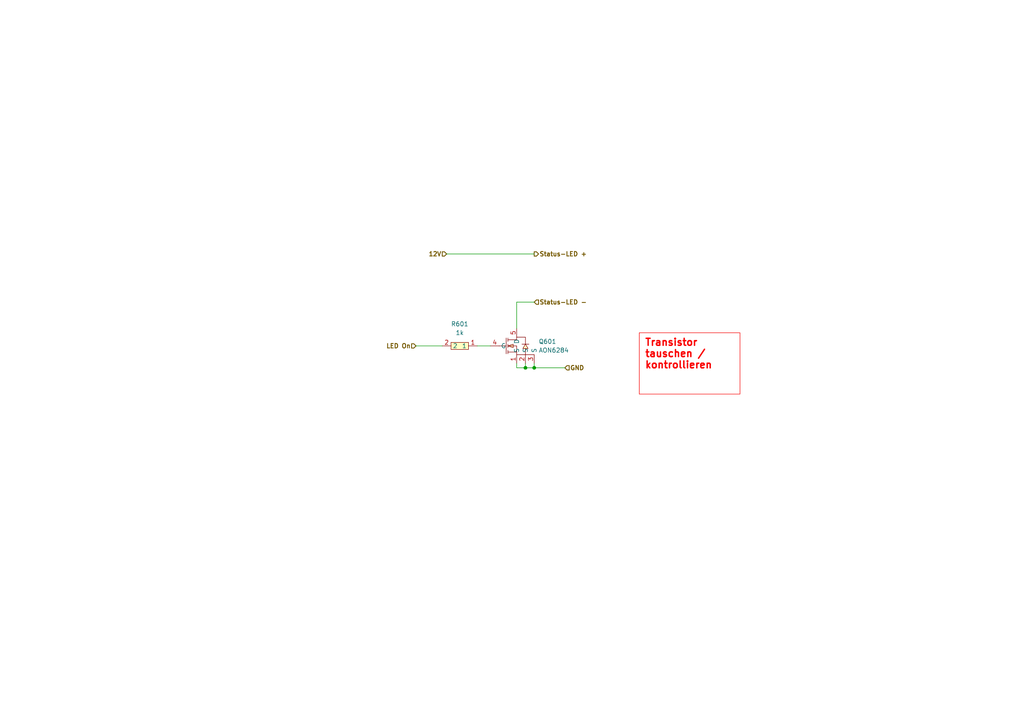
<source format=kicad_sch>
(kicad_sch (version 20250114) (generator "eeschema") (generator_version "9.0")
  (paper "A4")
  (title_block (title "E-Kart Option 1") (date "2025-04-01") (rev "1") (company "Leomax") (comment 1 "zentrale Steuer- und Kommunkationsplatine") (comment 2 "Bachelorarbiet") (comment 3 "Sebastian Hampl"))
  (lib_symbols
    (symbol "easyeda2kicad:0603WAF1001T5E"
      (property "Reference" "R" (at 0 5.08 0))
      (property "Value" "0603WAF1001T5E" (at 0 -5.08 0))
      (symbol "0603WAF1001T5E_0_1"
        (rectangle (start -2.54 1.02) (end 2.54 -1.02) (fill (type background)))
        (pin input line (at -5.08 0 0) (length 2.54) (name "1") (number "1"))
        (pin input line (at 5.08 0 180) (length 2.54) (name "2") (number "2"))
      )
    )
    (symbol "easyeda2kicad:AON6284"
      (property "Reference" "Q" (at 0 10.16 0))
      (property "Value" "AON6284" (at 0 -10.16 0))
      (symbol "AON6284_0_1"
        (polyline (pts (xy -5.08 0) (xy -3.05 0)))
        (polyline (pts (xy -3.05 2.29) (xy -3.05 -2.29)))
        (polyline (pts (xy -2.54 2.29) (xy -2.54 1.27)))
        (polyline (pts (xy -2.54 1.78) (xy 0 1.78) (xy 0 2.54) (xy 2.54 2.54) (xy 2.54 2.54) (xy 2.54 0.51)))
        (polyline (pts (xy -2.54 0) (xy -1.02 -0.51) (xy -1.02 0.51) (xy -2.54 0)) (fill (type background)))
        (polyline (pts (xy -2.54 0) (xy 0 0) (xy 0 -2.54) (xy 5.08 -2.54) (xy 2.54 -2.54) (xy 2.54 -0.76)))
        (polyline (pts (xy -2.54 -0.51) (xy -2.54 0.51)))
        (polyline (pts (xy -2.54 -2.29) (xy -2.54 -1.27)))
        (polyline (pts (xy 0 -1.78) (xy -2.54 -1.78)))
        (polyline (pts (xy 2.54 0.51) (xy 1.78 -0.76) (xy 3.3 -0.76) (xy 2.54 0.51)) (fill (type background)))
        (polyline (pts (xy 3.56 0.51) (xy 3.05 0.51) (xy 2.03 0.51) (xy 1.52 0.51)))
        (pin unspecified line (at -7.62 0 0) (length 2.54) (name "G") (number "4"))
        (pin unspecified line (at 0 5.08 270) (length 2.54) (name "D") (number "5"))
        (pin unspecified line (at 0 -5.08 90) (length 2.54) (name "S") (number "1"))
        (pin unspecified line (at 2.54 -5.08 90) (length 2.54) (name "S") (number "2"))
        (pin unspecified line (at 5.08 -5.08 90) (length 2.54) (name "S") (number "3"))
      )
    )
  )
  (text_box "" (at 195.58 106.68 0) (size 0 0) (margins 1.524 1.524 1.524 1.524) (stroke (width 0) (color 249 0 0 1)) (effects (font (size 2.032 2.032) (thickness 0.4064) (bold yes)) (justify left top)))
  (text_box "Transistor tauschen / kontrollieren" (at 185.42 96.52 0) (size 29.21 17.78) (margins 1.524 1.524 1.524 1.524) (stroke (width 0) (color 247 0 0 1)) (effects (font (size 2.032 2.032) (thickness 0.4064) (bold yes)) (justify left top)))
  (junction (at 154.94 106.68))
  (junction (at 152.4 106.68))
  (wire (pts (xy 154.94 106.68) (xy 152.4 106.68)))
  (wire (pts (xy 138.43 100.33) (xy 142.24 100.33)))
  (wire (pts (xy 129.54 73.66) (xy 154.94 73.66)))
  (wire (pts (xy 152.4 105.41) (xy 152.4 106.68)))
  (wire (pts (xy 149.86 106.68) (xy 149.86 105.41)))
  (wire (pts (xy 154.94 105.41) (xy 154.94 106.68)))
  (wire (pts (xy 152.4 106.68) (xy 149.86 106.68)))
  (wire (pts (xy 149.86 87.63) (xy 154.94 87.63)))
  (wire (pts (xy 120.65 100.33) (xy 128.27 100.33)))
  (wire (pts (xy 154.94 106.68) (xy 163.83 106.68)))
  (wire (pts (xy 149.86 87.63) (xy 149.86 95.25)))
  (hierarchical_label "Status-LED +" (shape output) (at 154.94 73.66 0) (effects (font (thickness 0.254) (bold yes))))
  (hierarchical_label "LED On" (shape input) (at 120.65 100.33 180) (effects (font (thickness 0.254) (bold yes))))
  (hierarchical_label "12V" (shape input) (at 129.54 73.66 180) (effects (font (thickness 0.254) (bold yes))))
  (hierarchical_label "Status-LED -" (shape input) (at 154.94 87.63 0) (effects (font (thickness 0.254) (bold yes))))
  (hierarchical_label "GND" (shape input) (at 163.83 106.68 0) (effects (font (thickness 0.254) (bold yes))))
  (symbol (lib_id "easyeda2kicad:AON6284") (at 149.86 100.33 0) (unit 1)
    (property "Reference" "Q601" (at 156.21 99.0599 0) (effects (justify left)))
    (property "Value" "AON6284" (at 156.21 101.5999 0) (effects (justify left)))
    (property "Footprint" "easyeda2kicad:POWERVDFN-8_L6.2-W5.2-P1.27-LS6.0-BL" (effects (hide yes)))
    (property "LCSC Part" "C3277770" (effects (hide yes)))
  )
  (symbol (lib_id "easyeda2kicad:0603WAF1001T5E") (at 133.35 100.33 180) (unit 1)
    (property "Reference" "R601" (at 133.35 93.98 0))
    (property "Value" "1k" (at 133.35 96.52 0))
    (property "Footprint" "easyeda2kicad:R0603" (effects (hide yes)))
    (property "Datasheet" "https://lcsc.com/product-detail/Chip-Resistor-Surface-Mount-UniOhm_1KR-1001-1_C21190.html" (effects (hide yes)))
    (property "LCSC Part" "C21190" (effects (hide yes)))
  )
)
</source>
